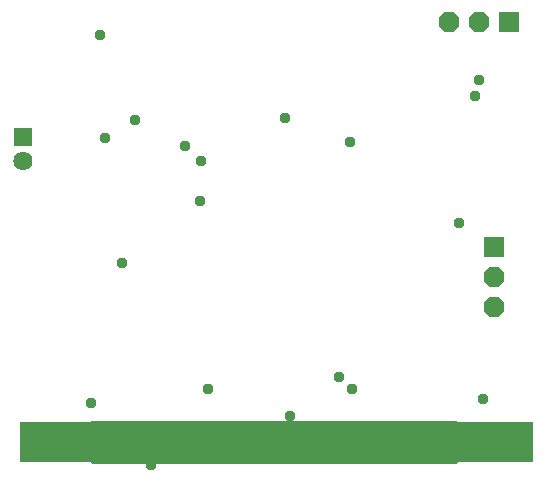
<source format=gbr>
G04 EAGLE Gerber RS-274X export*
G75*
%MOMM*%
%FSLAX34Y34*%
%LPD*%
%INSoldermask Bottom*%
%IPPOS*%
%AMOC8*
5,1,8,0,0,1.08239X$1,22.5*%
G01*
%ADD10R,6.654800X3.454400*%
%ADD11R,1.727200X1.727200*%
%ADD12P,1.869504X8X202.500000*%
%ADD13R,1.625600X1.625600*%
%ADD14C,1.625600*%
%ADD15P,1.869504X8X292.500000*%
%ADD16C,0.959600*%

G36*
X386035Y19464D02*
X386035Y19464D01*
X386069Y19462D01*
X386258Y19484D01*
X386449Y19501D01*
X386482Y19510D01*
X386516Y19514D01*
X386699Y19569D01*
X386883Y19619D01*
X386914Y19634D01*
X386947Y19644D01*
X387118Y19731D01*
X387290Y19813D01*
X387318Y19833D01*
X387349Y19848D01*
X387501Y19964D01*
X387656Y20075D01*
X387680Y20100D01*
X387707Y20120D01*
X387836Y20261D01*
X387970Y20397D01*
X387989Y20426D01*
X388013Y20452D01*
X388115Y20613D01*
X388222Y20770D01*
X388236Y20802D01*
X388254Y20831D01*
X388327Y21008D01*
X388404Y21182D01*
X388412Y21216D01*
X388425Y21248D01*
X388465Y21435D01*
X388511Y21620D01*
X388513Y21654D01*
X388520Y21688D01*
X388539Y22000D01*
X388539Y54000D01*
X388536Y54035D01*
X388538Y54069D01*
X388516Y54258D01*
X388499Y54449D01*
X388490Y54482D01*
X388486Y54516D01*
X388431Y54699D01*
X388381Y54883D01*
X388366Y54914D01*
X388356Y54947D01*
X388269Y55118D01*
X388187Y55290D01*
X388167Y55318D01*
X388152Y55349D01*
X388036Y55501D01*
X387925Y55656D01*
X387900Y55680D01*
X387880Y55707D01*
X387740Y55836D01*
X387603Y55970D01*
X387574Y55989D01*
X387548Y56013D01*
X387387Y56115D01*
X387230Y56222D01*
X387198Y56236D01*
X387169Y56254D01*
X386992Y56327D01*
X386818Y56404D01*
X386784Y56412D01*
X386752Y56425D01*
X386565Y56465D01*
X386380Y56511D01*
X386346Y56513D01*
X386312Y56520D01*
X386000Y56539D01*
X80000Y56539D01*
X79966Y56536D01*
X79931Y56538D01*
X79742Y56516D01*
X79552Y56499D01*
X79518Y56490D01*
X79484Y56486D01*
X79301Y56431D01*
X79117Y56381D01*
X79086Y56366D01*
X79053Y56356D01*
X78882Y56269D01*
X78711Y56187D01*
X78682Y56167D01*
X78651Y56152D01*
X78499Y56036D01*
X78344Y55925D01*
X78320Y55900D01*
X78293Y55880D01*
X78164Y55740D01*
X78030Y55603D01*
X78011Y55574D01*
X77988Y55548D01*
X77885Y55387D01*
X77778Y55230D01*
X77764Y55198D01*
X77746Y55169D01*
X77673Y54992D01*
X77596Y54818D01*
X77588Y54784D01*
X77575Y54752D01*
X77535Y54565D01*
X77489Y54380D01*
X77487Y54346D01*
X77480Y54312D01*
X77461Y54000D01*
X77461Y22000D01*
X77464Y21966D01*
X77462Y21931D01*
X77484Y21742D01*
X77501Y21552D01*
X77510Y21518D01*
X77514Y21484D01*
X77569Y21301D01*
X77619Y21117D01*
X77634Y21086D01*
X77644Y21053D01*
X77731Y20882D01*
X77813Y20711D01*
X77833Y20682D01*
X77848Y20651D01*
X77964Y20499D01*
X78075Y20344D01*
X78100Y20320D01*
X78120Y20293D01*
X78261Y20164D01*
X78397Y20030D01*
X78426Y20011D01*
X78452Y19988D01*
X78613Y19885D01*
X78770Y19778D01*
X78802Y19764D01*
X78831Y19746D01*
X79008Y19673D01*
X79182Y19596D01*
X79216Y19588D01*
X79248Y19575D01*
X79435Y19535D01*
X79620Y19489D01*
X79654Y19487D01*
X79688Y19480D01*
X80000Y19461D01*
X386000Y19461D01*
X386035Y19464D01*
G37*
D10*
X419100Y38100D03*
X50800Y38100D03*
D11*
X431800Y393700D03*
D12*
X406400Y393700D03*
X381000Y393700D03*
D13*
X19900Y296200D03*
D14*
X19900Y276200D03*
D11*
X419100Y203200D03*
D15*
X419100Y177800D03*
X419100Y152400D03*
D16*
X115000Y311000D03*
X78200Y71200D03*
X129000Y19000D03*
X246000Y60000D03*
X85000Y383000D03*
X90000Y296000D03*
X297000Y292000D03*
X410000Y75000D03*
X104000Y190000D03*
X389000Y224000D03*
X171000Y276000D03*
X157000Y289000D03*
X170000Y242000D03*
X242000Y313000D03*
X299000Y83000D03*
X177000Y83000D03*
X406000Y345000D03*
X403000Y331000D03*
X288000Y93000D03*
M02*

</source>
